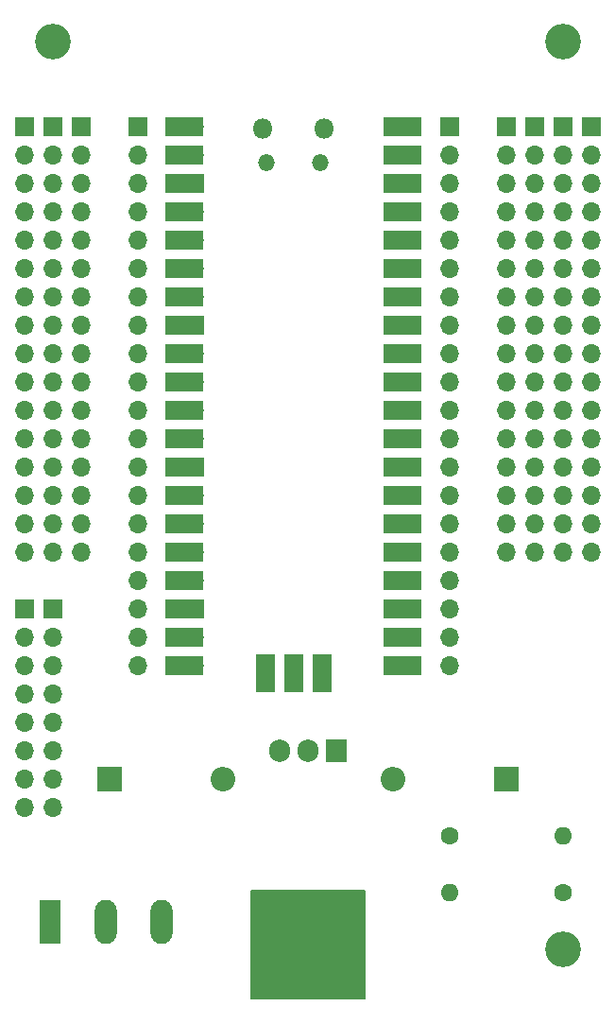
<source format=gbr>
G04 #@! TF.GenerationSoftware,KiCad,Pcbnew,6.0.2+dfsg-1*
G04 #@! TF.CreationDate,2024-08-21T11:00:16+10:00*
G04 #@! TF.ProjectId,MQTTDecoderExpansionBoard,4d515454-4465-4636-9f64-657245787061,A*
G04 #@! TF.SameCoordinates,Original*
G04 #@! TF.FileFunction,Soldermask,Top*
G04 #@! TF.FilePolarity,Negative*
%FSLAX46Y46*%
G04 Gerber Fmt 4.6, Leading zero omitted, Abs format (unit mm)*
G04 Created by KiCad (PCBNEW 6.0.2+dfsg-1) date 2024-08-21 11:00:16*
%MOMM*%
%LPD*%
G01*
G04 APERTURE LIST*
%ADD10C,0.150000*%
%ADD11R,1.700000X1.700000*%
%ADD12O,1.700000X1.700000*%
%ADD13C,1.600000*%
%ADD14O,1.600000X1.600000*%
%ADD15O,1.800000X1.800000*%
%ADD16O,1.500000X1.500000*%
%ADD17R,3.500000X1.700000*%
%ADD18R,1.700000X3.500000*%
%ADD19R,2.200000X2.200000*%
%ADD20O,2.200000X2.200000*%
%ADD21R,1.905000X2.000000*%
%ADD22O,1.905000X2.000000*%
%ADD23R,1.980000X3.960000*%
%ADD24O,1.980000X3.960000*%
%ADD25C,3.200000*%
G04 APERTURE END LIST*
D10*
X137160000Y-121709821D02*
X147320000Y-121709821D01*
X147320000Y-121709821D02*
X147320000Y-131392532D01*
X147320000Y-131392532D02*
X137160000Y-131392532D01*
X137160000Y-131392532D02*
X137160000Y-121709821D01*
G36*
X137160000Y-121709821D02*
G01*
X147320000Y-121709821D01*
X147320000Y-131392532D01*
X137160000Y-131392532D01*
X137160000Y-121709821D01*
G37*
D11*
X160020000Y-53340000D03*
D12*
X160020000Y-55880000D03*
X160020000Y-58420000D03*
X160020000Y-60960000D03*
X160020000Y-63500000D03*
X160020000Y-66040000D03*
X160020000Y-68580000D03*
X160020000Y-71120000D03*
X160020000Y-73660000D03*
X160020000Y-76200000D03*
X160020000Y-78740000D03*
X160020000Y-81280000D03*
X160020000Y-83820000D03*
X160020000Y-86360000D03*
X160020000Y-88900000D03*
X160020000Y-91440000D03*
D13*
X154940000Y-116840000D03*
D14*
X165100000Y-116840000D03*
D11*
X127000000Y-53340000D03*
D12*
X127000000Y-55880000D03*
X127000000Y-58420000D03*
X127000000Y-60960000D03*
X127000000Y-63500000D03*
X127000000Y-66040000D03*
X127000000Y-68580000D03*
X127000000Y-71120000D03*
X127000000Y-73660000D03*
X127000000Y-76200000D03*
X127000000Y-78740000D03*
X127000000Y-81280000D03*
X127000000Y-83820000D03*
X127000000Y-86360000D03*
X127000000Y-88900000D03*
X127000000Y-91440000D03*
X127000000Y-93980000D03*
X127000000Y-96520000D03*
X127000000Y-99060000D03*
X127000000Y-101600000D03*
D11*
X167640000Y-53340000D03*
D12*
X167640000Y-55880000D03*
X167640000Y-58420000D03*
X167640000Y-60960000D03*
X167640000Y-63500000D03*
X167640000Y-66040000D03*
X167640000Y-68580000D03*
X167640000Y-71120000D03*
X167640000Y-73660000D03*
X167640000Y-76200000D03*
X167640000Y-78740000D03*
X167640000Y-81280000D03*
X167640000Y-83820000D03*
X167640000Y-86360000D03*
X167640000Y-88900000D03*
X167640000Y-91440000D03*
D15*
X138245000Y-53470000D03*
D16*
X143395000Y-56500000D03*
X138545000Y-56500000D03*
D15*
X143695000Y-53470000D03*
D17*
X131180000Y-53340000D03*
D12*
X132080000Y-53340000D03*
D17*
X131180000Y-55880000D03*
D12*
X132080000Y-55880000D03*
D11*
X132080000Y-58420000D03*
D17*
X131180000Y-58420000D03*
D12*
X132080000Y-60960000D03*
D17*
X131180000Y-60960000D03*
X131180000Y-63500000D03*
D12*
X132080000Y-63500000D03*
D17*
X131180000Y-66040000D03*
D12*
X132080000Y-66040000D03*
D17*
X131180000Y-68580000D03*
D12*
X132080000Y-68580000D03*
D17*
X131180000Y-71120000D03*
D11*
X132080000Y-71120000D03*
D12*
X132080000Y-73660000D03*
D17*
X131180000Y-73660000D03*
D12*
X132080000Y-76200000D03*
D17*
X131180000Y-76200000D03*
D12*
X132080000Y-78740000D03*
D17*
X131180000Y-78740000D03*
X131180000Y-81280000D03*
D12*
X132080000Y-81280000D03*
D11*
X132080000Y-83820000D03*
D17*
X131180000Y-83820000D03*
D12*
X132080000Y-86360000D03*
D17*
X131180000Y-86360000D03*
X131180000Y-88900000D03*
D12*
X132080000Y-88900000D03*
X132080000Y-91440000D03*
D17*
X131180000Y-91440000D03*
X131180000Y-93980000D03*
D12*
X132080000Y-93980000D03*
D17*
X131180000Y-96520000D03*
D11*
X132080000Y-96520000D03*
D12*
X132080000Y-99060000D03*
D17*
X131180000Y-99060000D03*
D12*
X132080000Y-101600000D03*
D17*
X131180000Y-101600000D03*
D12*
X149860000Y-101600000D03*
D17*
X150760000Y-101600000D03*
D12*
X149860000Y-99060000D03*
D17*
X150760000Y-99060000D03*
D11*
X149860000Y-96520000D03*
D17*
X150760000Y-96520000D03*
X150760000Y-93980000D03*
D12*
X149860000Y-93980000D03*
X149860000Y-91440000D03*
D17*
X150760000Y-91440000D03*
D12*
X149860000Y-88900000D03*
D17*
X150760000Y-88900000D03*
D12*
X149860000Y-86360000D03*
D17*
X150760000Y-86360000D03*
D11*
X149860000Y-83820000D03*
D17*
X150760000Y-83820000D03*
X150760000Y-81280000D03*
D12*
X149860000Y-81280000D03*
X149860000Y-78740000D03*
D17*
X150760000Y-78740000D03*
X150760000Y-76200000D03*
D12*
X149860000Y-76200000D03*
X149860000Y-73660000D03*
D17*
X150760000Y-73660000D03*
D11*
X149860000Y-71120000D03*
D17*
X150760000Y-71120000D03*
X150760000Y-68580000D03*
D12*
X149860000Y-68580000D03*
D17*
X150760000Y-66040000D03*
D12*
X149860000Y-66040000D03*
X149860000Y-63500000D03*
D17*
X150760000Y-63500000D03*
X150760000Y-60960000D03*
D12*
X149860000Y-60960000D03*
D17*
X150760000Y-58420000D03*
D11*
X149860000Y-58420000D03*
D12*
X149860000Y-55880000D03*
D17*
X150760000Y-55880000D03*
X150760000Y-53340000D03*
D12*
X149860000Y-53340000D03*
X138430000Y-101370000D03*
D18*
X138430000Y-102270000D03*
X140970000Y-102270000D03*
D11*
X140970000Y-101370000D03*
D18*
X143510000Y-102270000D03*
D12*
X143510000Y-101370000D03*
D19*
X124460000Y-111760000D03*
D20*
X134620000Y-111760000D03*
D21*
X144780000Y-109220000D03*
D22*
X142240000Y-109220000D03*
X139700000Y-109220000D03*
D11*
X162560000Y-53340000D03*
D12*
X162560000Y-55880000D03*
X162560000Y-58420000D03*
X162560000Y-60960000D03*
X162560000Y-63500000D03*
X162560000Y-66040000D03*
X162560000Y-68580000D03*
X162560000Y-71120000D03*
X162560000Y-73660000D03*
X162560000Y-76200000D03*
X162560000Y-78740000D03*
X162560000Y-81280000D03*
X162560000Y-83820000D03*
X162560000Y-86360000D03*
X162560000Y-88900000D03*
X162560000Y-91440000D03*
D11*
X165100000Y-53340000D03*
D12*
X165100000Y-55880000D03*
X165100000Y-58420000D03*
X165100000Y-60960000D03*
X165100000Y-63500000D03*
X165100000Y-66040000D03*
X165100000Y-68580000D03*
X165100000Y-71120000D03*
X165100000Y-73660000D03*
X165100000Y-76200000D03*
X165100000Y-78740000D03*
X165100000Y-81280000D03*
X165100000Y-83820000D03*
X165100000Y-86360000D03*
X165100000Y-88900000D03*
X165100000Y-91440000D03*
D11*
X119380000Y-53340000D03*
D12*
X119380000Y-55880000D03*
X119380000Y-58420000D03*
X119380000Y-60960000D03*
X119380000Y-63500000D03*
X119380000Y-66040000D03*
X119380000Y-68580000D03*
X119380000Y-71120000D03*
X119380000Y-73660000D03*
X119380000Y-76200000D03*
X119380000Y-78740000D03*
X119380000Y-81280000D03*
X119380000Y-83820000D03*
X119380000Y-86360000D03*
X119380000Y-88900000D03*
X119380000Y-91440000D03*
D11*
X116840000Y-53340000D03*
D12*
X116840000Y-55880000D03*
X116840000Y-58420000D03*
X116840000Y-60960000D03*
X116840000Y-63500000D03*
X116840000Y-66040000D03*
X116840000Y-68580000D03*
X116840000Y-71120000D03*
X116840000Y-73660000D03*
X116840000Y-76200000D03*
X116840000Y-78740000D03*
X116840000Y-81280000D03*
X116840000Y-83820000D03*
X116840000Y-86360000D03*
X116840000Y-88900000D03*
X116840000Y-91440000D03*
D13*
X165100000Y-121920000D03*
D14*
X154940000Y-121920000D03*
D23*
X119165000Y-124470000D03*
D24*
X124165000Y-124470000D03*
X129165000Y-124470000D03*
D11*
X154940000Y-53340000D03*
D12*
X154940000Y-55880000D03*
X154940000Y-58420000D03*
X154940000Y-60960000D03*
X154940000Y-63500000D03*
X154940000Y-66040000D03*
X154940000Y-68580000D03*
X154940000Y-71120000D03*
X154940000Y-73660000D03*
X154940000Y-76200000D03*
X154940000Y-78740000D03*
X154940000Y-81280000D03*
X154940000Y-83820000D03*
X154940000Y-86360000D03*
X154940000Y-88900000D03*
X154940000Y-91440000D03*
X154940000Y-93980000D03*
X154940000Y-96520000D03*
X154940000Y-99060000D03*
X154940000Y-101600000D03*
D19*
X160020000Y-111760000D03*
D20*
X149860000Y-111760000D03*
D25*
X165100000Y-45720000D03*
X119380000Y-45720000D03*
X165100000Y-127000000D03*
D11*
X119380000Y-96520000D03*
D12*
X119380000Y-99060000D03*
X119380000Y-101600000D03*
X119380000Y-104140000D03*
X119380000Y-106680000D03*
X119380000Y-109220000D03*
X119380000Y-111760000D03*
X119380000Y-114300000D03*
D11*
X116840000Y-96520000D03*
D12*
X116840000Y-99060000D03*
X116840000Y-101600000D03*
X116840000Y-104140000D03*
X116840000Y-106680000D03*
X116840000Y-109220000D03*
X116840000Y-111760000D03*
X116840000Y-114300000D03*
D11*
X121920000Y-53340000D03*
D12*
X121920000Y-55880000D03*
X121920000Y-58420000D03*
X121920000Y-60960000D03*
X121920000Y-63500000D03*
X121920000Y-66040000D03*
X121920000Y-68580000D03*
X121920000Y-71120000D03*
X121920000Y-73660000D03*
X121920000Y-76200000D03*
X121920000Y-78740000D03*
X121920000Y-81280000D03*
X121920000Y-83820000D03*
X121920000Y-86360000D03*
X121920000Y-88900000D03*
X121920000Y-91440000D03*
M02*

</source>
